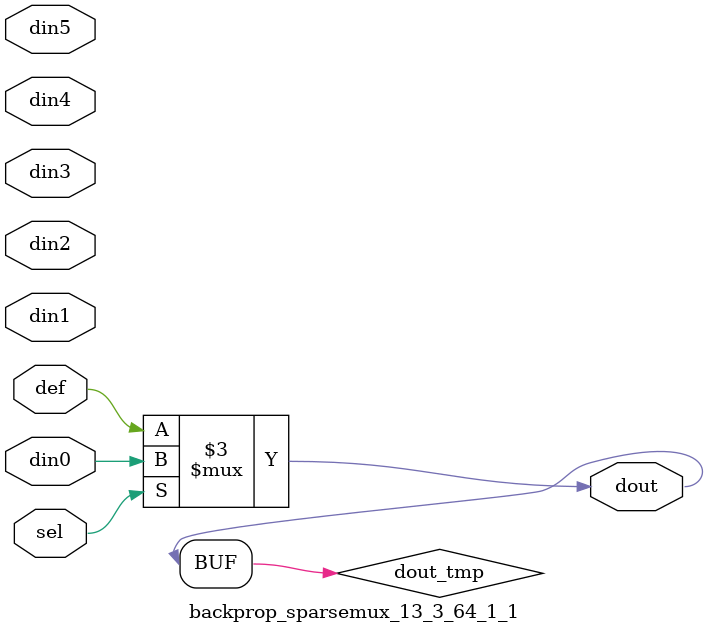
<source format=v>

module backprop_sparsemux_13_3_64_1_1 (din0,din1,din2,din3,din4,din5,def,sel,dout);  
parameter din0_WIDTH = 1;
parameter din1_WIDTH = 1;
parameter din2_WIDTH = 1;
parameter din3_WIDTH = 1;
parameter din4_WIDTH = 1;
parameter din5_WIDTH = 1;
parameter def_WIDTH = 1;
parameter sel_WIDTH = 1;
parameter dout_WIDTH = 1;
parameter [sel_WIDTH-1:0] CASE0 = 1;
parameter [sel_WIDTH-1:0] CASE1 = 1;
parameter [sel_WIDTH-1:0] CASE2 = 1;
parameter [sel_WIDTH-1:0] CASE3 = 1;
parameter [sel_WIDTH-1:0] CASE4 = 1;
parameter [sel_WIDTH-1:0] CASE5 = 1;
parameter ID = 1;
parameter NUM_STAGE = 1;
input [din0_WIDTH-1:0] din0;
input [din1_WIDTH-1:0] din1;
input [din2_WIDTH-1:0] din2;
input [din3_WIDTH-1:0] din3;
input [din4_WIDTH-1:0] din4;
input [din5_WIDTH-1:0] din5;
input [def_WIDTH-1:0] def;
input [sel_WIDTH-1:0] sel;
output [dout_WIDTH-1:0] dout;
reg [dout_WIDTH-1:0] dout_tmp;
always @ (*) begin
(* parallel_case *) case (sel)
    CASE0 : dout_tmp = din0;
    CASE1 : dout_tmp = din1;
    CASE2 : dout_tmp = din2;
    CASE3 : dout_tmp = din3;
    CASE4 : dout_tmp = din4;
    CASE5 : dout_tmp = din5;
    default : dout_tmp = def;
endcase
end
assign dout = dout_tmp;
endmodule

</source>
